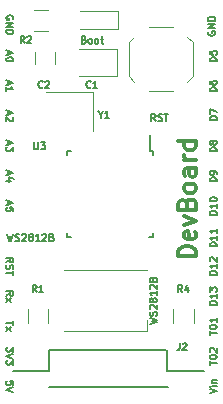
<source format=gbr>
G04 #@! TF.FileFunction,Legend,Top*
%FSLAX46Y46*%
G04 Gerber Fmt 4.6, Leading zero omitted, Abs format (unit mm)*
G04 Created by KiCad (PCBNEW 4.0.7) date Mon Feb  5 11:14:21 2018*
%MOMM*%
%LPD*%
G01*
G04 APERTURE LIST*
%ADD10C,0.100000*%
%ADD11C,0.300000*%
%ADD12C,0.150000*%
%ADD13C,0.120000*%
G04 APERTURE END LIST*
D10*
D11*
X105199571Y-93376142D02*
X103699571Y-93376142D01*
X103699571Y-93018999D01*
X103771000Y-92804714D01*
X103913857Y-92661856D01*
X104056714Y-92590428D01*
X104342429Y-92518999D01*
X104556714Y-92518999D01*
X104842429Y-92590428D01*
X104985286Y-92661856D01*
X105128143Y-92804714D01*
X105199571Y-93018999D01*
X105199571Y-93376142D01*
X105128143Y-91304714D02*
X105199571Y-91447571D01*
X105199571Y-91733285D01*
X105128143Y-91876142D01*
X104985286Y-91947571D01*
X104413857Y-91947571D01*
X104271000Y-91876142D01*
X104199571Y-91733285D01*
X104199571Y-91447571D01*
X104271000Y-91304714D01*
X104413857Y-91233285D01*
X104556714Y-91233285D01*
X104699571Y-91947571D01*
X104199571Y-90733285D02*
X105199571Y-90376142D01*
X104199571Y-90019000D01*
X104413857Y-88947571D02*
X104485286Y-88733285D01*
X104556714Y-88661857D01*
X104699571Y-88590428D01*
X104913857Y-88590428D01*
X105056714Y-88661857D01*
X105128143Y-88733285D01*
X105199571Y-88876143D01*
X105199571Y-89447571D01*
X103699571Y-89447571D01*
X103699571Y-88947571D01*
X103771000Y-88804714D01*
X103842429Y-88733285D01*
X103985286Y-88661857D01*
X104128143Y-88661857D01*
X104271000Y-88733285D01*
X104342429Y-88804714D01*
X104413857Y-88947571D01*
X104413857Y-89447571D01*
X105199571Y-87733285D02*
X105128143Y-87876143D01*
X105056714Y-87947571D01*
X104913857Y-88019000D01*
X104485286Y-88019000D01*
X104342429Y-87947571D01*
X104271000Y-87876143D01*
X104199571Y-87733285D01*
X104199571Y-87519000D01*
X104271000Y-87376143D01*
X104342429Y-87304714D01*
X104485286Y-87233285D01*
X104913857Y-87233285D01*
X105056714Y-87304714D01*
X105128143Y-87376143D01*
X105199571Y-87519000D01*
X105199571Y-87733285D01*
X105199571Y-85947571D02*
X104413857Y-85947571D01*
X104271000Y-86019000D01*
X104199571Y-86161857D01*
X104199571Y-86447571D01*
X104271000Y-86590428D01*
X105128143Y-85947571D02*
X105199571Y-86090428D01*
X105199571Y-86447571D01*
X105128143Y-86590428D01*
X104985286Y-86661857D01*
X104842429Y-86661857D01*
X104699571Y-86590428D01*
X104628143Y-86447571D01*
X104628143Y-86090428D01*
X104556714Y-85947571D01*
X105199571Y-85233285D02*
X104199571Y-85233285D01*
X104485286Y-85233285D02*
X104342429Y-85161857D01*
X104271000Y-85090428D01*
X104199571Y-84947571D01*
X104199571Y-84804714D01*
X105199571Y-83661857D02*
X103699571Y-83661857D01*
X105128143Y-83661857D02*
X105199571Y-83804714D01*
X105199571Y-84090428D01*
X105128143Y-84233286D01*
X105056714Y-84304714D01*
X104913857Y-84376143D01*
X104485286Y-84376143D01*
X104342429Y-84304714D01*
X104271000Y-84233286D01*
X104199571Y-84090428D01*
X104199571Y-83804714D01*
X104271000Y-83661857D01*
D12*
X106253000Y-74371142D02*
X106224429Y-74428285D01*
X106224429Y-74513999D01*
X106253000Y-74599714D01*
X106310143Y-74656856D01*
X106367286Y-74685428D01*
X106481571Y-74713999D01*
X106567286Y-74713999D01*
X106681571Y-74685428D01*
X106738714Y-74656856D01*
X106795857Y-74599714D01*
X106824429Y-74513999D01*
X106824429Y-74456856D01*
X106795857Y-74371142D01*
X106767286Y-74342571D01*
X106567286Y-74342571D01*
X106567286Y-74456856D01*
X106824429Y-74085428D02*
X106224429Y-74085428D01*
X106824429Y-73742571D01*
X106224429Y-73742571D01*
X106824429Y-73456857D02*
X106224429Y-73456857D01*
X106224429Y-73314000D01*
X106253000Y-73228285D01*
X106310143Y-73171143D01*
X106367286Y-73142571D01*
X106481571Y-73114000D01*
X106567286Y-73114000D01*
X106681571Y-73142571D01*
X106738714Y-73171143D01*
X106795857Y-73228285D01*
X106824429Y-73314000D01*
X106824429Y-73456857D01*
X106951429Y-76896857D02*
X106351429Y-76896857D01*
X106351429Y-76754000D01*
X106380000Y-76668285D01*
X106437143Y-76611143D01*
X106494286Y-76582571D01*
X106608571Y-76554000D01*
X106694286Y-76554000D01*
X106808571Y-76582571D01*
X106865714Y-76611143D01*
X106922857Y-76668285D01*
X106951429Y-76754000D01*
X106951429Y-76896857D01*
X106351429Y-76011143D02*
X106351429Y-76296857D01*
X106637143Y-76325428D01*
X106608571Y-76296857D01*
X106580000Y-76239714D01*
X106580000Y-76096857D01*
X106608571Y-76039714D01*
X106637143Y-76011143D01*
X106694286Y-75982571D01*
X106837143Y-75982571D01*
X106894286Y-76011143D01*
X106922857Y-76039714D01*
X106951429Y-76096857D01*
X106951429Y-76239714D01*
X106922857Y-76296857D01*
X106894286Y-76325428D01*
X106951429Y-79436857D02*
X106351429Y-79436857D01*
X106351429Y-79294000D01*
X106380000Y-79208285D01*
X106437143Y-79151143D01*
X106494286Y-79122571D01*
X106608571Y-79094000D01*
X106694286Y-79094000D01*
X106808571Y-79122571D01*
X106865714Y-79151143D01*
X106922857Y-79208285D01*
X106951429Y-79294000D01*
X106951429Y-79436857D01*
X106351429Y-78579714D02*
X106351429Y-78694000D01*
X106380000Y-78751143D01*
X106408571Y-78779714D01*
X106494286Y-78836857D01*
X106608571Y-78865428D01*
X106837143Y-78865428D01*
X106894286Y-78836857D01*
X106922857Y-78808285D01*
X106951429Y-78751143D01*
X106951429Y-78636857D01*
X106922857Y-78579714D01*
X106894286Y-78551143D01*
X106837143Y-78522571D01*
X106694286Y-78522571D01*
X106637143Y-78551143D01*
X106608571Y-78579714D01*
X106580000Y-78636857D01*
X106580000Y-78751143D01*
X106608571Y-78808285D01*
X106637143Y-78836857D01*
X106694286Y-78865428D01*
X106951429Y-81849857D02*
X106351429Y-81849857D01*
X106351429Y-81707000D01*
X106380000Y-81621285D01*
X106437143Y-81564143D01*
X106494286Y-81535571D01*
X106608571Y-81507000D01*
X106694286Y-81507000D01*
X106808571Y-81535571D01*
X106865714Y-81564143D01*
X106922857Y-81621285D01*
X106951429Y-81707000D01*
X106951429Y-81849857D01*
X106351429Y-81307000D02*
X106351429Y-80907000D01*
X106951429Y-81164143D01*
X106951429Y-84516857D02*
X106351429Y-84516857D01*
X106351429Y-84374000D01*
X106380000Y-84288285D01*
X106437143Y-84231143D01*
X106494286Y-84202571D01*
X106608571Y-84174000D01*
X106694286Y-84174000D01*
X106808571Y-84202571D01*
X106865714Y-84231143D01*
X106922857Y-84288285D01*
X106951429Y-84374000D01*
X106951429Y-84516857D01*
X106608571Y-83831143D02*
X106580000Y-83888285D01*
X106551429Y-83916857D01*
X106494286Y-83945428D01*
X106465714Y-83945428D01*
X106408571Y-83916857D01*
X106380000Y-83888285D01*
X106351429Y-83831143D01*
X106351429Y-83716857D01*
X106380000Y-83659714D01*
X106408571Y-83631143D01*
X106465714Y-83602571D01*
X106494286Y-83602571D01*
X106551429Y-83631143D01*
X106580000Y-83659714D01*
X106608571Y-83716857D01*
X106608571Y-83831143D01*
X106637143Y-83888285D01*
X106665714Y-83916857D01*
X106722857Y-83945428D01*
X106837143Y-83945428D01*
X106894286Y-83916857D01*
X106922857Y-83888285D01*
X106951429Y-83831143D01*
X106951429Y-83716857D01*
X106922857Y-83659714D01*
X106894286Y-83631143D01*
X106837143Y-83602571D01*
X106722857Y-83602571D01*
X106665714Y-83631143D01*
X106637143Y-83659714D01*
X106608571Y-83716857D01*
X106951429Y-87056857D02*
X106351429Y-87056857D01*
X106351429Y-86914000D01*
X106380000Y-86828285D01*
X106437143Y-86771143D01*
X106494286Y-86742571D01*
X106608571Y-86714000D01*
X106694286Y-86714000D01*
X106808571Y-86742571D01*
X106865714Y-86771143D01*
X106922857Y-86828285D01*
X106951429Y-86914000D01*
X106951429Y-87056857D01*
X106951429Y-86428285D02*
X106951429Y-86314000D01*
X106922857Y-86256857D01*
X106894286Y-86228285D01*
X106808571Y-86171143D01*
X106694286Y-86142571D01*
X106465714Y-86142571D01*
X106408571Y-86171143D01*
X106380000Y-86199714D01*
X106351429Y-86256857D01*
X106351429Y-86371143D01*
X106380000Y-86428285D01*
X106408571Y-86456857D01*
X106465714Y-86485428D01*
X106608571Y-86485428D01*
X106665714Y-86456857D01*
X106694286Y-86428285D01*
X106722857Y-86371143D01*
X106722857Y-86256857D01*
X106694286Y-86199714D01*
X106665714Y-86171143D01*
X106608571Y-86142571D01*
X106951429Y-89882572D02*
X106351429Y-89882572D01*
X106351429Y-89739715D01*
X106380000Y-89654000D01*
X106437143Y-89596858D01*
X106494286Y-89568286D01*
X106608571Y-89539715D01*
X106694286Y-89539715D01*
X106808571Y-89568286D01*
X106865714Y-89596858D01*
X106922857Y-89654000D01*
X106951429Y-89739715D01*
X106951429Y-89882572D01*
X106951429Y-88968286D02*
X106951429Y-89311143D01*
X106951429Y-89139715D02*
X106351429Y-89139715D01*
X106437143Y-89196858D01*
X106494286Y-89254000D01*
X106522857Y-89311143D01*
X106351429Y-88596857D02*
X106351429Y-88539714D01*
X106380000Y-88482571D01*
X106408571Y-88454000D01*
X106465714Y-88425429D01*
X106580000Y-88396857D01*
X106722857Y-88396857D01*
X106837143Y-88425429D01*
X106894286Y-88454000D01*
X106922857Y-88482571D01*
X106951429Y-88539714D01*
X106951429Y-88596857D01*
X106922857Y-88654000D01*
X106894286Y-88682571D01*
X106837143Y-88711143D01*
X106722857Y-88739714D01*
X106580000Y-88739714D01*
X106465714Y-88711143D01*
X106408571Y-88682571D01*
X106380000Y-88654000D01*
X106351429Y-88596857D01*
X106951429Y-92549572D02*
X106351429Y-92549572D01*
X106351429Y-92406715D01*
X106380000Y-92321000D01*
X106437143Y-92263858D01*
X106494286Y-92235286D01*
X106608571Y-92206715D01*
X106694286Y-92206715D01*
X106808571Y-92235286D01*
X106865714Y-92263858D01*
X106922857Y-92321000D01*
X106951429Y-92406715D01*
X106951429Y-92549572D01*
X106951429Y-91635286D02*
X106951429Y-91978143D01*
X106951429Y-91806715D02*
X106351429Y-91806715D01*
X106437143Y-91863858D01*
X106494286Y-91921000D01*
X106522857Y-91978143D01*
X106951429Y-91063857D02*
X106951429Y-91406714D01*
X106951429Y-91235286D02*
X106351429Y-91235286D01*
X106437143Y-91292429D01*
X106494286Y-91349571D01*
X106522857Y-91406714D01*
X106951429Y-94962572D02*
X106351429Y-94962572D01*
X106351429Y-94819715D01*
X106380000Y-94734000D01*
X106437143Y-94676858D01*
X106494286Y-94648286D01*
X106608571Y-94619715D01*
X106694286Y-94619715D01*
X106808571Y-94648286D01*
X106865714Y-94676858D01*
X106922857Y-94734000D01*
X106951429Y-94819715D01*
X106951429Y-94962572D01*
X106951429Y-94048286D02*
X106951429Y-94391143D01*
X106951429Y-94219715D02*
X106351429Y-94219715D01*
X106437143Y-94276858D01*
X106494286Y-94334000D01*
X106522857Y-94391143D01*
X106408571Y-93819714D02*
X106380000Y-93791143D01*
X106351429Y-93734000D01*
X106351429Y-93591143D01*
X106380000Y-93534000D01*
X106408571Y-93505429D01*
X106465714Y-93476857D01*
X106522857Y-93476857D01*
X106608571Y-93505429D01*
X106951429Y-93848286D01*
X106951429Y-93476857D01*
X106951429Y-97502572D02*
X106351429Y-97502572D01*
X106351429Y-97359715D01*
X106380000Y-97274000D01*
X106437143Y-97216858D01*
X106494286Y-97188286D01*
X106608571Y-97159715D01*
X106694286Y-97159715D01*
X106808571Y-97188286D01*
X106865714Y-97216858D01*
X106922857Y-97274000D01*
X106951429Y-97359715D01*
X106951429Y-97502572D01*
X106951429Y-96588286D02*
X106951429Y-96931143D01*
X106951429Y-96759715D02*
X106351429Y-96759715D01*
X106437143Y-96816858D01*
X106494286Y-96874000D01*
X106522857Y-96931143D01*
X106351429Y-96388286D02*
X106351429Y-96016857D01*
X106580000Y-96216857D01*
X106580000Y-96131143D01*
X106608571Y-96074000D01*
X106637143Y-96045429D01*
X106694286Y-96016857D01*
X106837143Y-96016857D01*
X106894286Y-96045429D01*
X106922857Y-96074000D01*
X106951429Y-96131143D01*
X106951429Y-96302571D01*
X106922857Y-96359714D01*
X106894286Y-96388286D01*
X106351429Y-100056857D02*
X106351429Y-99714000D01*
X106951429Y-99885429D02*
X106351429Y-99885429D01*
X106351429Y-99399714D02*
X106351429Y-99342571D01*
X106380000Y-99285428D01*
X106408571Y-99256857D01*
X106465714Y-99228286D01*
X106580000Y-99199714D01*
X106722857Y-99199714D01*
X106837143Y-99228286D01*
X106894286Y-99256857D01*
X106922857Y-99285428D01*
X106951429Y-99342571D01*
X106951429Y-99399714D01*
X106922857Y-99456857D01*
X106894286Y-99485428D01*
X106837143Y-99514000D01*
X106722857Y-99542571D01*
X106580000Y-99542571D01*
X106465714Y-99514000D01*
X106408571Y-99485428D01*
X106380000Y-99456857D01*
X106351429Y-99399714D01*
X106951429Y-98628285D02*
X106951429Y-98971142D01*
X106951429Y-98799714D02*
X106351429Y-98799714D01*
X106437143Y-98856857D01*
X106494286Y-98913999D01*
X106522857Y-98971142D01*
X106351429Y-102596857D02*
X106351429Y-102254000D01*
X106951429Y-102425429D02*
X106351429Y-102425429D01*
X106351429Y-101939714D02*
X106351429Y-101882571D01*
X106380000Y-101825428D01*
X106408571Y-101796857D01*
X106465714Y-101768286D01*
X106580000Y-101739714D01*
X106722857Y-101739714D01*
X106837143Y-101768286D01*
X106894286Y-101796857D01*
X106922857Y-101825428D01*
X106951429Y-101882571D01*
X106951429Y-101939714D01*
X106922857Y-101996857D01*
X106894286Y-102025428D01*
X106837143Y-102054000D01*
X106722857Y-102082571D01*
X106580000Y-102082571D01*
X106465714Y-102054000D01*
X106408571Y-102025428D01*
X106380000Y-101996857D01*
X106351429Y-101939714D01*
X106408571Y-101511142D02*
X106380000Y-101482571D01*
X106351429Y-101425428D01*
X106351429Y-101282571D01*
X106380000Y-101225428D01*
X106408571Y-101196857D01*
X106465714Y-101168285D01*
X106522857Y-101168285D01*
X106608571Y-101196857D01*
X106951429Y-101539714D01*
X106951429Y-101168285D01*
X106351429Y-105008285D02*
X106951429Y-104808285D01*
X106351429Y-104608285D01*
X106951429Y-104408285D02*
X106551429Y-104408285D01*
X106351429Y-104408285D02*
X106380000Y-104436856D01*
X106408571Y-104408285D01*
X106380000Y-104379713D01*
X106351429Y-104408285D01*
X106408571Y-104408285D01*
X106551429Y-104122571D02*
X106951429Y-104122571D01*
X106608571Y-104122571D02*
X106580000Y-104093999D01*
X106551429Y-104036857D01*
X106551429Y-103951142D01*
X106580000Y-103893999D01*
X106637143Y-103865428D01*
X106951429Y-103865428D01*
X89708000Y-73329858D02*
X89736571Y-73272715D01*
X89736571Y-73187001D01*
X89708000Y-73101286D01*
X89650857Y-73044144D01*
X89593714Y-73015572D01*
X89479429Y-72987001D01*
X89393714Y-72987001D01*
X89279429Y-73015572D01*
X89222286Y-73044144D01*
X89165143Y-73101286D01*
X89136571Y-73187001D01*
X89136571Y-73244144D01*
X89165143Y-73329858D01*
X89193714Y-73358429D01*
X89393714Y-73358429D01*
X89393714Y-73244144D01*
X89136571Y-73615572D02*
X89736571Y-73615572D01*
X89136571Y-73958429D01*
X89736571Y-73958429D01*
X89136571Y-74244143D02*
X89736571Y-74244143D01*
X89736571Y-74387000D01*
X89708000Y-74472715D01*
X89650857Y-74529857D01*
X89593714Y-74558429D01*
X89479429Y-74587000D01*
X89393714Y-74587000D01*
X89279429Y-74558429D01*
X89222286Y-74529857D01*
X89165143Y-74472715D01*
X89136571Y-74387000D01*
X89136571Y-74244143D01*
X89308000Y-76025429D02*
X89308000Y-76311143D01*
X89136571Y-75968286D02*
X89736571Y-76168286D01*
X89136571Y-76368286D01*
X89736571Y-76682572D02*
X89736571Y-76739715D01*
X89708000Y-76796858D01*
X89679429Y-76825429D01*
X89622286Y-76854000D01*
X89508000Y-76882572D01*
X89365143Y-76882572D01*
X89250857Y-76854000D01*
X89193714Y-76825429D01*
X89165143Y-76796858D01*
X89136571Y-76739715D01*
X89136571Y-76682572D01*
X89165143Y-76625429D01*
X89193714Y-76596858D01*
X89250857Y-76568286D01*
X89365143Y-76539715D01*
X89508000Y-76539715D01*
X89622286Y-76568286D01*
X89679429Y-76596858D01*
X89708000Y-76625429D01*
X89736571Y-76682572D01*
X89308000Y-78565429D02*
X89308000Y-78851143D01*
X89136571Y-78508286D02*
X89736571Y-78708286D01*
X89136571Y-78908286D01*
X89136571Y-79422572D02*
X89136571Y-79079715D01*
X89136571Y-79251143D02*
X89736571Y-79251143D01*
X89650857Y-79194000D01*
X89593714Y-79136858D01*
X89565143Y-79079715D01*
X89308000Y-81105429D02*
X89308000Y-81391143D01*
X89136571Y-81048286D02*
X89736571Y-81248286D01*
X89136571Y-81448286D01*
X89679429Y-81619715D02*
X89708000Y-81648286D01*
X89736571Y-81705429D01*
X89736571Y-81848286D01*
X89708000Y-81905429D01*
X89679429Y-81934000D01*
X89622286Y-81962572D01*
X89565143Y-81962572D01*
X89479429Y-81934000D01*
X89136571Y-81591143D01*
X89136571Y-81962572D01*
X89308000Y-83645429D02*
X89308000Y-83931143D01*
X89136571Y-83588286D02*
X89736571Y-83788286D01*
X89136571Y-83988286D01*
X89736571Y-84131143D02*
X89736571Y-84502572D01*
X89508000Y-84302572D01*
X89508000Y-84388286D01*
X89479429Y-84445429D01*
X89450857Y-84474000D01*
X89393714Y-84502572D01*
X89250857Y-84502572D01*
X89193714Y-84474000D01*
X89165143Y-84445429D01*
X89136571Y-84388286D01*
X89136571Y-84216858D01*
X89165143Y-84159715D01*
X89193714Y-84131143D01*
X89308000Y-86185429D02*
X89308000Y-86471143D01*
X89136571Y-86128286D02*
X89736571Y-86328286D01*
X89136571Y-86528286D01*
X89536571Y-86985429D02*
X89136571Y-86985429D01*
X89765143Y-86842572D02*
X89336571Y-86699715D01*
X89336571Y-87071143D01*
X89308000Y-88725429D02*
X89308000Y-89011143D01*
X89136571Y-88668286D02*
X89736571Y-88868286D01*
X89136571Y-89068286D01*
X89736571Y-89554000D02*
X89736571Y-89268286D01*
X89450857Y-89239715D01*
X89479429Y-89268286D01*
X89508000Y-89325429D01*
X89508000Y-89468286D01*
X89479429Y-89525429D01*
X89450857Y-89554000D01*
X89393714Y-89582572D01*
X89250857Y-89582572D01*
X89193714Y-89554000D01*
X89165143Y-89525429D01*
X89136571Y-89468286D01*
X89136571Y-89325429D01*
X89165143Y-89268286D01*
X89193714Y-89239715D01*
X89200285Y-91492429D02*
X89343142Y-92092429D01*
X89457428Y-91663857D01*
X89571714Y-92092429D01*
X89714571Y-91492429D01*
X89914571Y-92063857D02*
X90000285Y-92092429D01*
X90143142Y-92092429D01*
X90200285Y-92063857D01*
X90228856Y-92035286D01*
X90257428Y-91978143D01*
X90257428Y-91921000D01*
X90228856Y-91863857D01*
X90200285Y-91835286D01*
X90143142Y-91806714D01*
X90028856Y-91778143D01*
X89971714Y-91749571D01*
X89943142Y-91721000D01*
X89914571Y-91663857D01*
X89914571Y-91606714D01*
X89943142Y-91549571D01*
X89971714Y-91521000D01*
X90028856Y-91492429D01*
X90171714Y-91492429D01*
X90257428Y-91521000D01*
X90486000Y-91549571D02*
X90514571Y-91521000D01*
X90571714Y-91492429D01*
X90714571Y-91492429D01*
X90771714Y-91521000D01*
X90800285Y-91549571D01*
X90828857Y-91606714D01*
X90828857Y-91663857D01*
X90800285Y-91749571D01*
X90457428Y-92092429D01*
X90828857Y-92092429D01*
X91171714Y-91749571D02*
X91114572Y-91721000D01*
X91086000Y-91692429D01*
X91057429Y-91635286D01*
X91057429Y-91606714D01*
X91086000Y-91549571D01*
X91114572Y-91521000D01*
X91171714Y-91492429D01*
X91286000Y-91492429D01*
X91343143Y-91521000D01*
X91371714Y-91549571D01*
X91400286Y-91606714D01*
X91400286Y-91635286D01*
X91371714Y-91692429D01*
X91343143Y-91721000D01*
X91286000Y-91749571D01*
X91171714Y-91749571D01*
X91114572Y-91778143D01*
X91086000Y-91806714D01*
X91057429Y-91863857D01*
X91057429Y-91978143D01*
X91086000Y-92035286D01*
X91114572Y-92063857D01*
X91171714Y-92092429D01*
X91286000Y-92092429D01*
X91343143Y-92063857D01*
X91371714Y-92035286D01*
X91400286Y-91978143D01*
X91400286Y-91863857D01*
X91371714Y-91806714D01*
X91343143Y-91778143D01*
X91286000Y-91749571D01*
X91971715Y-92092429D02*
X91628858Y-92092429D01*
X91800286Y-92092429D02*
X91800286Y-91492429D01*
X91743143Y-91578143D01*
X91686001Y-91635286D01*
X91628858Y-91663857D01*
X92200287Y-91549571D02*
X92228858Y-91521000D01*
X92286001Y-91492429D01*
X92428858Y-91492429D01*
X92486001Y-91521000D01*
X92514572Y-91549571D01*
X92543144Y-91606714D01*
X92543144Y-91663857D01*
X92514572Y-91749571D01*
X92171715Y-92092429D01*
X92543144Y-92092429D01*
X93000287Y-91778143D02*
X93086001Y-91806714D01*
X93114573Y-91835286D01*
X93143144Y-91892429D01*
X93143144Y-91978143D01*
X93114573Y-92035286D01*
X93086001Y-92063857D01*
X93028859Y-92092429D01*
X92800287Y-92092429D01*
X92800287Y-91492429D01*
X93000287Y-91492429D01*
X93057430Y-91521000D01*
X93086001Y-91549571D01*
X93114573Y-91606714D01*
X93114573Y-91663857D01*
X93086001Y-91721000D01*
X93057430Y-91749571D01*
X93000287Y-91778143D01*
X92800287Y-91778143D01*
X89136571Y-93905428D02*
X89422286Y-93705428D01*
X89136571Y-93562571D02*
X89736571Y-93562571D01*
X89736571Y-93791143D01*
X89708000Y-93848285D01*
X89679429Y-93876857D01*
X89622286Y-93905428D01*
X89536571Y-93905428D01*
X89479429Y-93876857D01*
X89450857Y-93848285D01*
X89422286Y-93791143D01*
X89422286Y-93562571D01*
X89165143Y-94134000D02*
X89136571Y-94219714D01*
X89136571Y-94362571D01*
X89165143Y-94419714D01*
X89193714Y-94448285D01*
X89250857Y-94476857D01*
X89308000Y-94476857D01*
X89365143Y-94448285D01*
X89393714Y-94419714D01*
X89422286Y-94362571D01*
X89450857Y-94248285D01*
X89479429Y-94191143D01*
X89508000Y-94162571D01*
X89565143Y-94134000D01*
X89622286Y-94134000D01*
X89679429Y-94162571D01*
X89708000Y-94191143D01*
X89736571Y-94248285D01*
X89736571Y-94391143D01*
X89708000Y-94476857D01*
X89736571Y-94648286D02*
X89736571Y-94991143D01*
X89136571Y-94819714D02*
X89736571Y-94819714D01*
X89136571Y-96716857D02*
X89422286Y-96516857D01*
X89136571Y-96374000D02*
X89736571Y-96374000D01*
X89736571Y-96602572D01*
X89708000Y-96659714D01*
X89679429Y-96688286D01*
X89622286Y-96716857D01*
X89536571Y-96716857D01*
X89479429Y-96688286D01*
X89450857Y-96659714D01*
X89422286Y-96602572D01*
X89422286Y-96374000D01*
X89136571Y-96916857D02*
X89536571Y-97231143D01*
X89536571Y-96916857D02*
X89136571Y-97231143D01*
X89736571Y-98899715D02*
X89736571Y-99242572D01*
X89136571Y-99071143D02*
X89736571Y-99071143D01*
X89136571Y-99385429D02*
X89536571Y-99699715D01*
X89536571Y-99385429D02*
X89136571Y-99699715D01*
X89736571Y-101111142D02*
X89736571Y-101482571D01*
X89508000Y-101282571D01*
X89508000Y-101368285D01*
X89479429Y-101425428D01*
X89450857Y-101453999D01*
X89393714Y-101482571D01*
X89250857Y-101482571D01*
X89193714Y-101453999D01*
X89165143Y-101425428D01*
X89136571Y-101368285D01*
X89136571Y-101196857D01*
X89165143Y-101139714D01*
X89193714Y-101111142D01*
X89736571Y-101654000D02*
X89136571Y-101854000D01*
X89736571Y-102054000D01*
X89736571Y-102196857D02*
X89736571Y-102568286D01*
X89508000Y-102368286D01*
X89508000Y-102454000D01*
X89479429Y-102511143D01*
X89450857Y-102539714D01*
X89393714Y-102568286D01*
X89250857Y-102568286D01*
X89193714Y-102539714D01*
X89165143Y-102511143D01*
X89136571Y-102454000D01*
X89136571Y-102282572D01*
X89165143Y-102225429D01*
X89193714Y-102196857D01*
X89736571Y-104279714D02*
X89736571Y-103994000D01*
X89450857Y-103965429D01*
X89479429Y-103994000D01*
X89508000Y-104051143D01*
X89508000Y-104194000D01*
X89479429Y-104251143D01*
X89450857Y-104279714D01*
X89393714Y-104308286D01*
X89250857Y-104308286D01*
X89193714Y-104279714D01*
X89165143Y-104251143D01*
X89136571Y-104194000D01*
X89136571Y-104051143D01*
X89165143Y-103994000D01*
X89193714Y-103965429D01*
X89736571Y-104479715D02*
X89136571Y-104679715D01*
X89736571Y-104879715D01*
D13*
X98516000Y-78112000D02*
X95266000Y-78112000D01*
X98516000Y-75812000D02*
X95266000Y-75812000D01*
X98516000Y-78112000D02*
X98516000Y-75812000D01*
X91606000Y-76081000D02*
X91606000Y-77081000D01*
X93306000Y-77081000D02*
X93306000Y-76081000D01*
X95393000Y-72656000D02*
X98593000Y-72656000D01*
X98593000Y-74156000D02*
X95393000Y-74156000D01*
X98593000Y-74156000D02*
X98593000Y-72656000D01*
X94036000Y-94555000D02*
X101036000Y-94555000D01*
X94036000Y-99755000D02*
X101036000Y-99755000D01*
X101036000Y-99755000D02*
X101036000Y-98755000D01*
X92701000Y-97825000D02*
X92701000Y-99025000D01*
X90941000Y-99025000D02*
X90941000Y-97825000D01*
X91475000Y-72526000D02*
X92675000Y-72526000D01*
X92675000Y-74286000D02*
X91475000Y-74286000D01*
X105020000Y-97825000D02*
X105020000Y-99025000D01*
X103260000Y-99025000D02*
X103260000Y-97825000D01*
X99535000Y-78158000D02*
X99535000Y-75258000D01*
X99985000Y-78608000D02*
X99535000Y-78158000D01*
X103235000Y-79408000D02*
X101235000Y-79408000D01*
X104935000Y-78158000D02*
X104485000Y-78608000D01*
X104935000Y-75258000D02*
X104935000Y-78158000D01*
X104485000Y-74808000D02*
X104935000Y-75258000D01*
X101235000Y-74008000D02*
X103235000Y-74008000D01*
X99535000Y-75258000D02*
X99985000Y-74808000D01*
D12*
X101542000Y-84513000D02*
X101317000Y-84513000D01*
X101542000Y-91763000D02*
X101217000Y-91763000D01*
X94292000Y-91763000D02*
X94617000Y-91763000D01*
X94292000Y-84513000D02*
X94617000Y-84513000D01*
X101542000Y-84513000D02*
X101542000Y-84838000D01*
X94292000Y-84513000D02*
X94292000Y-84838000D01*
X94292000Y-91763000D02*
X94292000Y-91438000D01*
X101542000Y-91763000D02*
X101542000Y-91438000D01*
X101317000Y-84513000D02*
X101317000Y-83088000D01*
D13*
X96488000Y-82803000D02*
X96488000Y-79503000D01*
X96488000Y-79503000D02*
X92488000Y-79503000D01*
D12*
X92775000Y-101295000D02*
X102675000Y-101295000D01*
X92775000Y-104445000D02*
X102825000Y-104445000D01*
X89675000Y-103070000D02*
X92775000Y-103070000D01*
X105925000Y-103070000D02*
X102795000Y-103070000D01*
X92775000Y-103070000D02*
X92775000Y-101295000D01*
X102745000Y-103070000D02*
X102745000Y-101295000D01*
X96293000Y-79081286D02*
X96264429Y-79109857D01*
X96178715Y-79138429D01*
X96121572Y-79138429D01*
X96035857Y-79109857D01*
X95978715Y-79052714D01*
X95950143Y-78995571D01*
X95921572Y-78881286D01*
X95921572Y-78795571D01*
X95950143Y-78681286D01*
X95978715Y-78624143D01*
X96035857Y-78567000D01*
X96121572Y-78538429D01*
X96178715Y-78538429D01*
X96264429Y-78567000D01*
X96293000Y-78595571D01*
X96864429Y-79138429D02*
X96521572Y-79138429D01*
X96693000Y-79138429D02*
X96693000Y-78538429D01*
X96635857Y-78624143D01*
X96578715Y-78681286D01*
X96521572Y-78709857D01*
X92229000Y-79081286D02*
X92200429Y-79109857D01*
X92114715Y-79138429D01*
X92057572Y-79138429D01*
X91971857Y-79109857D01*
X91914715Y-79052714D01*
X91886143Y-78995571D01*
X91857572Y-78881286D01*
X91857572Y-78795571D01*
X91886143Y-78681286D01*
X91914715Y-78624143D01*
X91971857Y-78567000D01*
X92057572Y-78538429D01*
X92114715Y-78538429D01*
X92200429Y-78567000D01*
X92229000Y-78595571D01*
X92457572Y-78595571D02*
X92486143Y-78567000D01*
X92543286Y-78538429D01*
X92686143Y-78538429D01*
X92743286Y-78567000D01*
X92771857Y-78595571D01*
X92800429Y-78652714D01*
X92800429Y-78709857D01*
X92771857Y-78795571D01*
X92429000Y-79138429D01*
X92800429Y-79138429D01*
X95721572Y-75063143D02*
X95807286Y-75091714D01*
X95835858Y-75120286D01*
X95864429Y-75177429D01*
X95864429Y-75263143D01*
X95835858Y-75320286D01*
X95807286Y-75348857D01*
X95750144Y-75377429D01*
X95521572Y-75377429D01*
X95521572Y-74777429D01*
X95721572Y-74777429D01*
X95778715Y-74806000D01*
X95807286Y-74834571D01*
X95835858Y-74891714D01*
X95835858Y-74948857D01*
X95807286Y-75006000D01*
X95778715Y-75034571D01*
X95721572Y-75063143D01*
X95521572Y-75063143D01*
X96207286Y-75377429D02*
X96150144Y-75348857D01*
X96121572Y-75320286D01*
X96093001Y-75263143D01*
X96093001Y-75091714D01*
X96121572Y-75034571D01*
X96150144Y-75006000D01*
X96207286Y-74977429D01*
X96293001Y-74977429D01*
X96350144Y-75006000D01*
X96378715Y-75034571D01*
X96407286Y-75091714D01*
X96407286Y-75263143D01*
X96378715Y-75320286D01*
X96350144Y-75348857D01*
X96293001Y-75377429D01*
X96207286Y-75377429D01*
X96750143Y-75377429D02*
X96693001Y-75348857D01*
X96664429Y-75320286D01*
X96635858Y-75263143D01*
X96635858Y-75091714D01*
X96664429Y-75034571D01*
X96693001Y-75006000D01*
X96750143Y-74977429D01*
X96835858Y-74977429D01*
X96893001Y-75006000D01*
X96921572Y-75034571D01*
X96950143Y-75091714D01*
X96950143Y-75263143D01*
X96921572Y-75320286D01*
X96893001Y-75348857D01*
X96835858Y-75377429D01*
X96750143Y-75377429D01*
X97121572Y-74977429D02*
X97350143Y-74977429D01*
X97207286Y-74777429D02*
X97207286Y-75291714D01*
X97235858Y-75348857D01*
X97293000Y-75377429D01*
X97350143Y-75377429D01*
X101271429Y-99140715D02*
X101871429Y-98997858D01*
X101442857Y-98883572D01*
X101871429Y-98769286D01*
X101271429Y-98626429D01*
X101842857Y-98426429D02*
X101871429Y-98340715D01*
X101871429Y-98197858D01*
X101842857Y-98140715D01*
X101814286Y-98112144D01*
X101757143Y-98083572D01*
X101700000Y-98083572D01*
X101642857Y-98112144D01*
X101614286Y-98140715D01*
X101585714Y-98197858D01*
X101557143Y-98312144D01*
X101528571Y-98369286D01*
X101500000Y-98397858D01*
X101442857Y-98426429D01*
X101385714Y-98426429D01*
X101328571Y-98397858D01*
X101300000Y-98369286D01*
X101271429Y-98312144D01*
X101271429Y-98169286D01*
X101300000Y-98083572D01*
X101328571Y-97855000D02*
X101300000Y-97826429D01*
X101271429Y-97769286D01*
X101271429Y-97626429D01*
X101300000Y-97569286D01*
X101328571Y-97540715D01*
X101385714Y-97512143D01*
X101442857Y-97512143D01*
X101528571Y-97540715D01*
X101871429Y-97883572D01*
X101871429Y-97512143D01*
X101528571Y-97169286D02*
X101500000Y-97226428D01*
X101471429Y-97255000D01*
X101414286Y-97283571D01*
X101385714Y-97283571D01*
X101328571Y-97255000D01*
X101300000Y-97226428D01*
X101271429Y-97169286D01*
X101271429Y-97055000D01*
X101300000Y-96997857D01*
X101328571Y-96969286D01*
X101385714Y-96940714D01*
X101414286Y-96940714D01*
X101471429Y-96969286D01*
X101500000Y-96997857D01*
X101528571Y-97055000D01*
X101528571Y-97169286D01*
X101557143Y-97226428D01*
X101585714Y-97255000D01*
X101642857Y-97283571D01*
X101757143Y-97283571D01*
X101814286Y-97255000D01*
X101842857Y-97226428D01*
X101871429Y-97169286D01*
X101871429Y-97055000D01*
X101842857Y-96997857D01*
X101814286Y-96969286D01*
X101757143Y-96940714D01*
X101642857Y-96940714D01*
X101585714Y-96969286D01*
X101557143Y-96997857D01*
X101528571Y-97055000D01*
X101871429Y-96369285D02*
X101871429Y-96712142D01*
X101871429Y-96540714D02*
X101271429Y-96540714D01*
X101357143Y-96597857D01*
X101414286Y-96654999D01*
X101442857Y-96712142D01*
X101328571Y-96140713D02*
X101300000Y-96112142D01*
X101271429Y-96054999D01*
X101271429Y-95912142D01*
X101300000Y-95854999D01*
X101328571Y-95826428D01*
X101385714Y-95797856D01*
X101442857Y-95797856D01*
X101528571Y-95826428D01*
X101871429Y-96169285D01*
X101871429Y-95797856D01*
X101557143Y-95340713D02*
X101585714Y-95254999D01*
X101614286Y-95226427D01*
X101671429Y-95197856D01*
X101757143Y-95197856D01*
X101814286Y-95226427D01*
X101842857Y-95254999D01*
X101871429Y-95312141D01*
X101871429Y-95540713D01*
X101271429Y-95540713D01*
X101271429Y-95340713D01*
X101300000Y-95283570D01*
X101328571Y-95254999D01*
X101385714Y-95226427D01*
X101442857Y-95226427D01*
X101500000Y-95254999D01*
X101528571Y-95283570D01*
X101557143Y-95340713D01*
X101557143Y-95540713D01*
X91721000Y-96410429D02*
X91521000Y-96124714D01*
X91378143Y-96410429D02*
X91378143Y-95810429D01*
X91606715Y-95810429D01*
X91663857Y-95839000D01*
X91692429Y-95867571D01*
X91721000Y-95924714D01*
X91721000Y-96010429D01*
X91692429Y-96067571D01*
X91663857Y-96096143D01*
X91606715Y-96124714D01*
X91378143Y-96124714D01*
X92292429Y-96410429D02*
X91949572Y-96410429D01*
X92121000Y-96410429D02*
X92121000Y-95810429D01*
X92063857Y-95896143D01*
X92006715Y-95953286D01*
X91949572Y-95981857D01*
X90705000Y-75328429D02*
X90505000Y-75042714D01*
X90362143Y-75328429D02*
X90362143Y-74728429D01*
X90590715Y-74728429D01*
X90647857Y-74757000D01*
X90676429Y-74785571D01*
X90705000Y-74842714D01*
X90705000Y-74928429D01*
X90676429Y-74985571D01*
X90647857Y-75014143D01*
X90590715Y-75042714D01*
X90362143Y-75042714D01*
X90933572Y-74785571D02*
X90962143Y-74757000D01*
X91019286Y-74728429D01*
X91162143Y-74728429D01*
X91219286Y-74757000D01*
X91247857Y-74785571D01*
X91276429Y-74842714D01*
X91276429Y-74899857D01*
X91247857Y-74985571D01*
X90905000Y-75328429D01*
X91276429Y-75328429D01*
X104040000Y-96410429D02*
X103840000Y-96124714D01*
X103697143Y-96410429D02*
X103697143Y-95810429D01*
X103925715Y-95810429D01*
X103982857Y-95839000D01*
X104011429Y-95867571D01*
X104040000Y-95924714D01*
X104040000Y-96010429D01*
X104011429Y-96067571D01*
X103982857Y-96096143D01*
X103925715Y-96124714D01*
X103697143Y-96124714D01*
X104554286Y-96010429D02*
X104554286Y-96410429D01*
X104411429Y-95781857D02*
X104268572Y-96210429D01*
X104640000Y-96210429D01*
X101779428Y-81932429D02*
X101579428Y-81646714D01*
X101436571Y-81932429D02*
X101436571Y-81332429D01*
X101665143Y-81332429D01*
X101722285Y-81361000D01*
X101750857Y-81389571D01*
X101779428Y-81446714D01*
X101779428Y-81532429D01*
X101750857Y-81589571D01*
X101722285Y-81618143D01*
X101665143Y-81646714D01*
X101436571Y-81646714D01*
X102008000Y-81903857D02*
X102093714Y-81932429D01*
X102236571Y-81932429D01*
X102293714Y-81903857D01*
X102322285Y-81875286D01*
X102350857Y-81818143D01*
X102350857Y-81761000D01*
X102322285Y-81703857D01*
X102293714Y-81675286D01*
X102236571Y-81646714D01*
X102122285Y-81618143D01*
X102065143Y-81589571D01*
X102036571Y-81561000D01*
X102008000Y-81503857D01*
X102008000Y-81446714D01*
X102036571Y-81389571D01*
X102065143Y-81361000D01*
X102122285Y-81332429D01*
X102265143Y-81332429D01*
X102350857Y-81361000D01*
X102522286Y-81332429D02*
X102865143Y-81332429D01*
X102693714Y-81932429D02*
X102693714Y-81332429D01*
X91490857Y-83745429D02*
X91490857Y-84231143D01*
X91519429Y-84288286D01*
X91548000Y-84316857D01*
X91605143Y-84345429D01*
X91719429Y-84345429D01*
X91776571Y-84316857D01*
X91805143Y-84288286D01*
X91833714Y-84231143D01*
X91833714Y-83745429D01*
X92062285Y-83745429D02*
X92433714Y-83745429D01*
X92233714Y-83974000D01*
X92319428Y-83974000D01*
X92376571Y-84002571D01*
X92405142Y-84031143D01*
X92433714Y-84088286D01*
X92433714Y-84231143D01*
X92405142Y-84288286D01*
X92376571Y-84316857D01*
X92319428Y-84345429D01*
X92148000Y-84345429D01*
X92090857Y-84316857D01*
X92062285Y-84288286D01*
X97123286Y-81392714D02*
X97123286Y-81678429D01*
X96923286Y-81078429D02*
X97123286Y-81392714D01*
X97323286Y-81078429D01*
X97837572Y-81678429D02*
X97494715Y-81678429D01*
X97666143Y-81678429D02*
X97666143Y-81078429D01*
X97609000Y-81164143D01*
X97551858Y-81221286D01*
X97494715Y-81249857D01*
X103813000Y-100763429D02*
X103813000Y-101192000D01*
X103784428Y-101277714D01*
X103727285Y-101334857D01*
X103641571Y-101363429D01*
X103584428Y-101363429D01*
X104070143Y-100820571D02*
X104098714Y-100792000D01*
X104155857Y-100763429D01*
X104298714Y-100763429D01*
X104355857Y-100792000D01*
X104384428Y-100820571D01*
X104413000Y-100877714D01*
X104413000Y-100934857D01*
X104384428Y-101020571D01*
X104041571Y-101363429D01*
X104413000Y-101363429D01*
M02*

</source>
